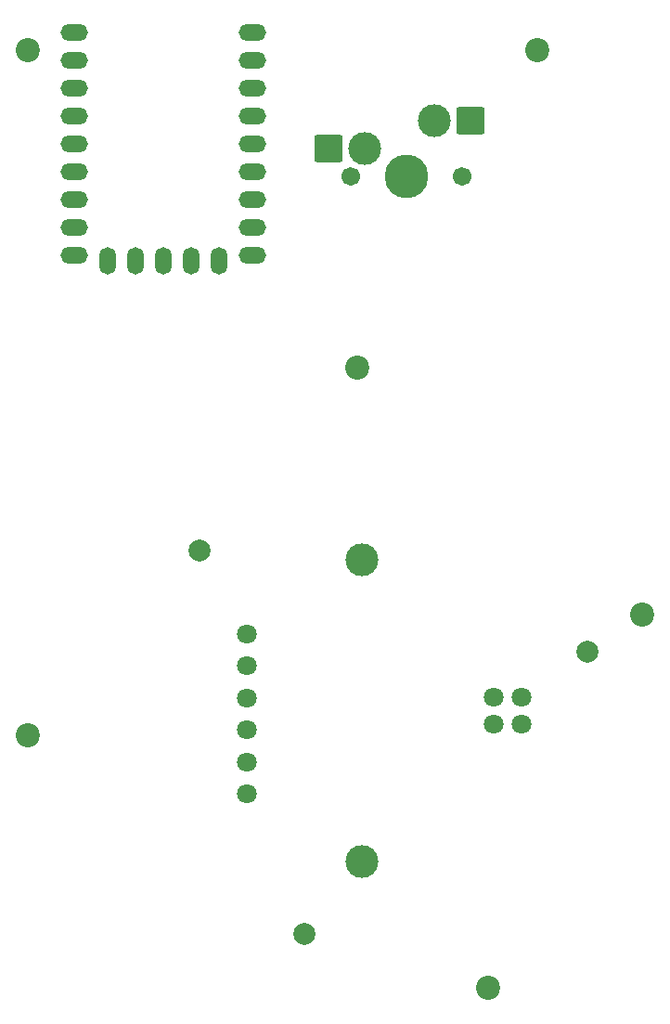
<source format=gbr>
%TF.GenerationSoftware,KiCad,Pcbnew,8.0.7*%
%TF.CreationDate,2025-01-02T13:50:36-06:00*%
%TF.ProjectId,fuckball,6675636b-6261-46c6-9c2e-6b696361645f,rev?*%
%TF.SameCoordinates,Original*%
%TF.FileFunction,Soldermask,Bot*%
%TF.FilePolarity,Negative*%
%FSLAX46Y46*%
G04 Gerber Fmt 4.6, Leading zero omitted, Abs format (unit mm)*
G04 Created by KiCad (PCBNEW 8.0.7) date 2025-01-02 13:50:36*
%MOMM*%
%LPD*%
G01*
G04 APERTURE LIST*
G04 Aperture macros list*
%AMRoundRect*
0 Rectangle with rounded corners*
0 $1 Rounding radius*
0 $2 $3 $4 $5 $6 $7 $8 $9 X,Y pos of 4 corners*
0 Add a 4 corners polygon primitive as box body*
4,1,4,$2,$3,$4,$5,$6,$7,$8,$9,$2,$3,0*
0 Add four circle primitives for the rounded corners*
1,1,$1+$1,$2,$3*
1,1,$1+$1,$4,$5*
1,1,$1+$1,$6,$7*
1,1,$1+$1,$8,$9*
0 Add four rect primitives between the rounded corners*
20,1,$1+$1,$2,$3,$4,$5,0*
20,1,$1+$1,$4,$5,$6,$7,0*
20,1,$1+$1,$6,$7,$8,$9,0*
20,1,$1+$1,$8,$9,$2,$3,0*%
G04 Aperture macros list end*
%ADD10C,3.000000*%
%ADD11C,1.800000*%
%ADD12C,2.200000*%
%ADD13C,2.000000*%
%ADD14C,1.701800*%
%ADD15C,3.987800*%
%ADD16RoundRect,0.200000X1.075000X1.050000X-1.075000X1.050000X-1.075000X-1.050000X1.075000X-1.050000X0*%
%ADD17O,2.500000X1.500000*%
%ADD18O,1.500000X2.500000*%
G04 APERTURE END LIST*
D10*
%TO.C,PMW3389*%
X195000000Y-87500000D03*
X195000000Y-115000000D03*
D11*
X207000000Y-102500000D03*
X207000000Y-100000000D03*
X209500000Y-102500000D03*
X209500000Y-100000000D03*
X184500000Y-94241596D03*
X184500000Y-97161064D03*
X184500000Y-100080532D03*
X184500000Y-103000000D03*
X184500000Y-105919468D03*
X184500000Y-108838936D03*
%TD*%
D12*
%TO.C,REF\u002A\u002A*%
X220500000Y-92500000D03*
%TD*%
%TO.C,REF\u002A\u002A*%
X164500000Y-41000000D03*
%TD*%
D13*
%TO.C,Aball_Frame_34MM2*%
X189696699Y-121652543D03*
X180150758Y-86650758D03*
X215506097Y-95843146D03*
%TD*%
D12*
%TO.C,REF\u002A\u002A*%
X194500000Y-70000000D03*
%TD*%
%TO.C,REF\u002A\u002A*%
X164500000Y-103500000D03*
%TD*%
%TO.C,REF\u002A\u002A*%
X211000000Y-41000000D03*
%TD*%
%TO.C,REF\u002A\u002A*%
X206500000Y-126500000D03*
%TD*%
D14*
%TO.C,MX_Hotswap1*%
X204080000Y-52500000D03*
D10*
X201540000Y-47420000D03*
D15*
X199000000Y-52500000D03*
D10*
X195190000Y-49960000D03*
D14*
X193920000Y-52500000D03*
D16*
X191915000Y-49960000D03*
X204842000Y-47420000D03*
%TD*%
D17*
%TO.C,U1*%
X168760000Y-39420000D03*
X168760000Y-41960000D03*
X168760000Y-44500000D03*
X168760000Y-47040000D03*
X185000000Y-44500000D03*
X168760000Y-49580000D03*
X168760000Y-52120000D03*
X185000000Y-39420000D03*
X168760000Y-54660000D03*
X168760000Y-57200000D03*
X168760000Y-59740000D03*
D18*
X171800000Y-60240000D03*
X174340000Y-60240000D03*
X176880000Y-60240000D03*
X179420000Y-60240000D03*
X181960000Y-60240000D03*
D17*
X185000000Y-59740000D03*
X185000000Y-57200000D03*
X185000000Y-54660000D03*
X185000000Y-52120000D03*
X185000000Y-49580000D03*
X185000000Y-47040000D03*
X185000000Y-41960000D03*
%TD*%
M02*

</source>
